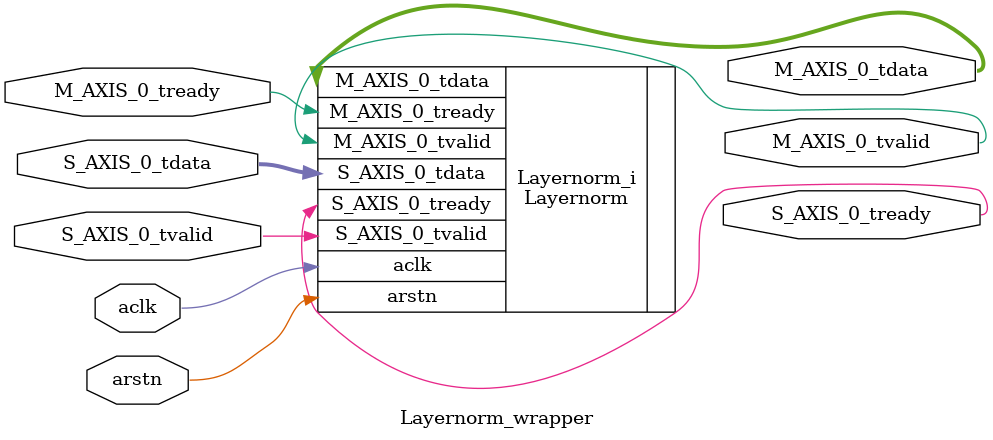
<source format=v>
`timescale 1 ps / 1 ps

module Layernorm_wrapper
   (M_AXIS_0_tdata,
    M_AXIS_0_tready,
    M_AXIS_0_tvalid,
    S_AXIS_0_tdata,
    S_AXIS_0_tready,
    S_AXIS_0_tvalid,
    aclk,
    arstn);
  output [127:0]M_AXIS_0_tdata;
  input M_AXIS_0_tready;
  output M_AXIS_0_tvalid;
  input [127:0]S_AXIS_0_tdata;
  output S_AXIS_0_tready;
  input S_AXIS_0_tvalid;
  input aclk;
  input arstn;

  wire [127:0]M_AXIS_0_tdata;
  wire M_AXIS_0_tready;
  wire M_AXIS_0_tvalid;
  wire [127:0]S_AXIS_0_tdata;
  wire S_AXIS_0_tready;
  wire S_AXIS_0_tvalid;
  wire aclk;
  wire arstn;

  Layernorm Layernorm_i
       (.M_AXIS_0_tdata(M_AXIS_0_tdata),
        .M_AXIS_0_tready(M_AXIS_0_tready),
        .M_AXIS_0_tvalid(M_AXIS_0_tvalid),
        .S_AXIS_0_tdata(S_AXIS_0_tdata),
        .S_AXIS_0_tready(S_AXIS_0_tready),
        .S_AXIS_0_tvalid(S_AXIS_0_tvalid),
        .aclk(aclk),
        .arstn(arstn));
endmodule

</source>
